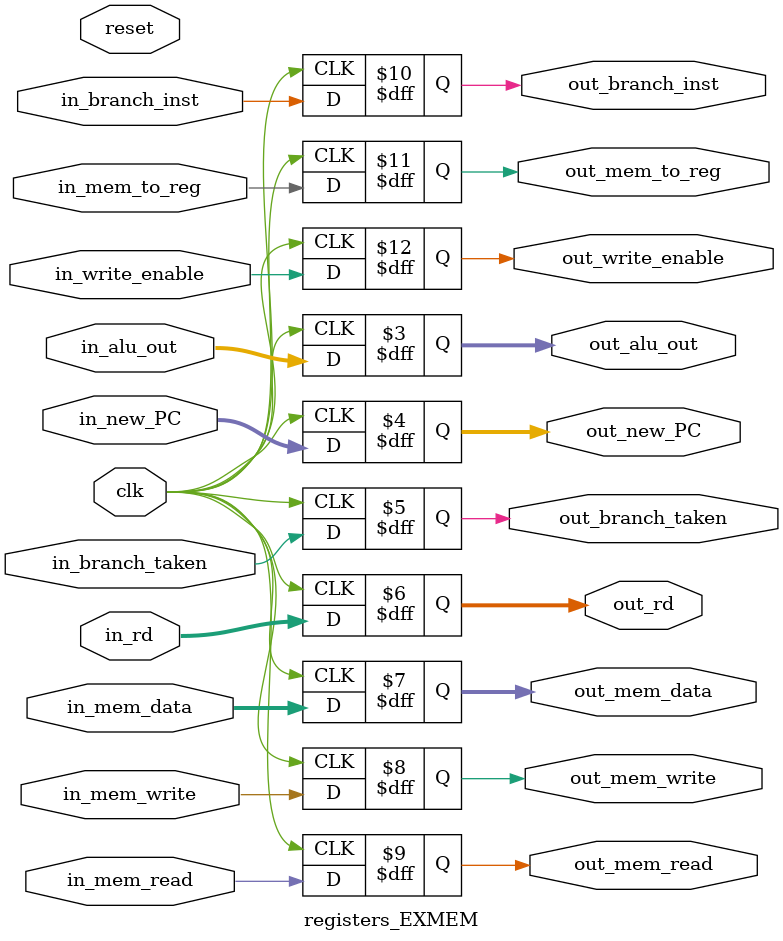
<source format=sv>
module registers_EXMEM(
    input clk,
    input reset,

    //INPUT
    input [31:0] in_alu_out,
    input [31:0] in_new_PC,
    input in_branch_taken,
    
    input [4:0] in_rd,
    input [31:0] in_mem_data,
    input in_mem_write,
    input in_mem_read,
    input in_branch_inst,
    input in_mem_to_reg,
    input in_write_enable,

    //OUTPUT
    output reg [31:0] out_alu_out,
    output reg [31:0] out_new_PC,
    output reg out_branch_taken,

    output reg [4:0] out_rd,
    output reg [31:0] out_mem_data,
    output reg out_mem_write,
    output reg out_mem_read,
    output reg out_branch_inst,
    output reg out_mem_to_reg,
    output reg out_write_enable
);

initial begin
    out_alu_out = 0;
    out_new_PC = 0;
    out_branch_taken = 0;
    out_rd = 0;
    out_mem_write = 0;
    out_mem_read = 0;
    out_mem_to_reg = 0;
    out_write_enable = 0;
end

always @(posedge clk) begin
    out_alu_out <= in_alu_out;
    out_new_PC <= in_new_PC;
    out_branch_taken <= in_branch_taken;

    out_alu_out <= in_alu_out;
    out_new_PC <= in_new_PC;
    out_branch_taken <= in_branch_taken;

    out_rd <= in_rd;
    out_mem_data <= in_mem_data;
    out_mem_write <= in_mem_write;
    out_mem_read <= in_mem_read;
    out_branch_inst <= in_branch_inst;
    out_mem_to_reg <= in_mem_to_reg;
    out_write_enable <= in_write_enable;

end

endmodule

</source>
